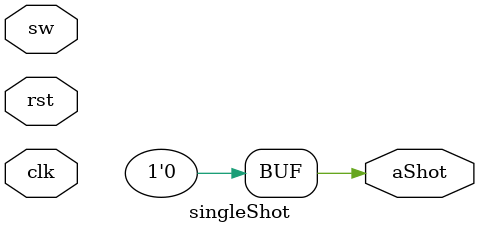
<source format=v>
/* 
   Header section
   Generated by HDLGen, Github https://github.com/abishek-bupathi/HDLGen
   Reference: https://tinyurl.com/VerilogTips 
      
   Component Name : singleShot
   Title          : 2-to-1 mux, 1-bit data
*/

/*
   Description
   sel is datapath control signal
   muxOut = muxIn0 when sel  = 0
   muxOut = muxIn1 when sel  = 1 

   Author(s)      : Fearghal Morgan
   Company        : University of Galway
   Email          : fearghal.morgan@universityofgalway.ie
   Date           : 13/3/2023
*/

/*
   module signal dictionary
   clk	clk signal
   rst	rst signal
   sw	to be completed
   aShot	to be completed
*/

/* 
  internal signal dictionary
  NS	next state 
  CS	current state
*/

// FM No library declarations required //

// module declaration
module singleShot(
		clk,
		rst,
		sw,
		aShot
	);

// <FM> outdent port definitions to left margin
// Port definitions
input  clk;
input  rst;
input  sw;

output  aShot;
reg  aShot;

// <FM if finite state machine CS/ND type model, include this, assigning binary values to the state names>
parameter waitFor1 = 1'b0;
parameter waitFor0 = 1'b1;

// Internal signal declarations
reg  NS;
reg  CS;

// FM No architecture statement required 

// <FM> don't include any reference to component declarations in Verilog
// <FM> No architecture begin statement required 

// NSAndOPDecode always statement
    always @(sw or CS)
    begin : NSAndOPDecode_a
    // Complete the process if required and delete this comment
    	aShot <= 1'b0; // default assignment
    	NS <= CS; // default assignment
    	case ( CS )
    		waitFor1 :
    			begin

    			end
		 	    // <FM> Include line space before the next case statement 
    		 waitFor0 :
    			begin

    			end
		 	    // <FM> Include line space before the next case statement 
    		default :
    			begin

    			end
    	endcase
    end

// stateReg always statement
    always @(posedge clk or posedge rst )
    begin : stateReg_a
    // Complete the process if required and delete this comment
    	if ( rst )
    		begin
				CS <= waitFor1; //<FM indent from prev line>
    		end
    	else
    		begin
				CS <= NS; //<FM indent from prev line>
    		end
    end


endmodule
</source>
